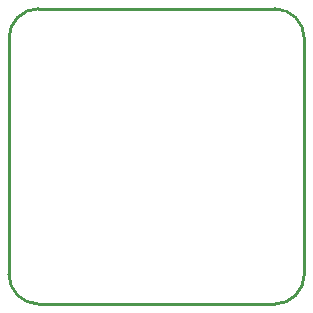
<source format=gko>
G04 ---------------------------- Layer name :KeepOutLayer*
G04 EasyEDA v5.6.15, Thu, 26 Jul 2018 23:13:41 GMT*
G04 a350aba4d1a84c778ca10979b53d7052*
G04 Gerber Generator version 0.2*
G04 Scale: 100 percent, Rotated: No, Reflected: No *
G04 Dimensions in inches *
G04 leading zeros omitted , absolute positions ,2 integer and 4 decimal *
%FSLAX24Y24*%
%MOIN*%
G90*
G70D02*

%ADD56C,0.010000*%
G54D56*
G75*
G01X8858Y0D02*
G3X9843Y985I0J984D01*
G01*
G01X9843Y984D02*
G01X9843Y8858D01*
G75*
G01X9843Y8859D02*
G3X8858Y9843I-984J0D01*
G01*
G01X984Y0D02*
G01X8857Y0D01*
G01X8857Y9842D02*
G01X984Y9842D01*
G75*
G01X984Y9843D02*
G3X0Y8859I0J-984D01*
G01*
G75*
G01X0Y985D02*
G3X984Y0I984J0D01*
G01*
G01X0Y8858D02*
G01X0Y984D01*

%LPD*%
M00*
M02*

</source>
